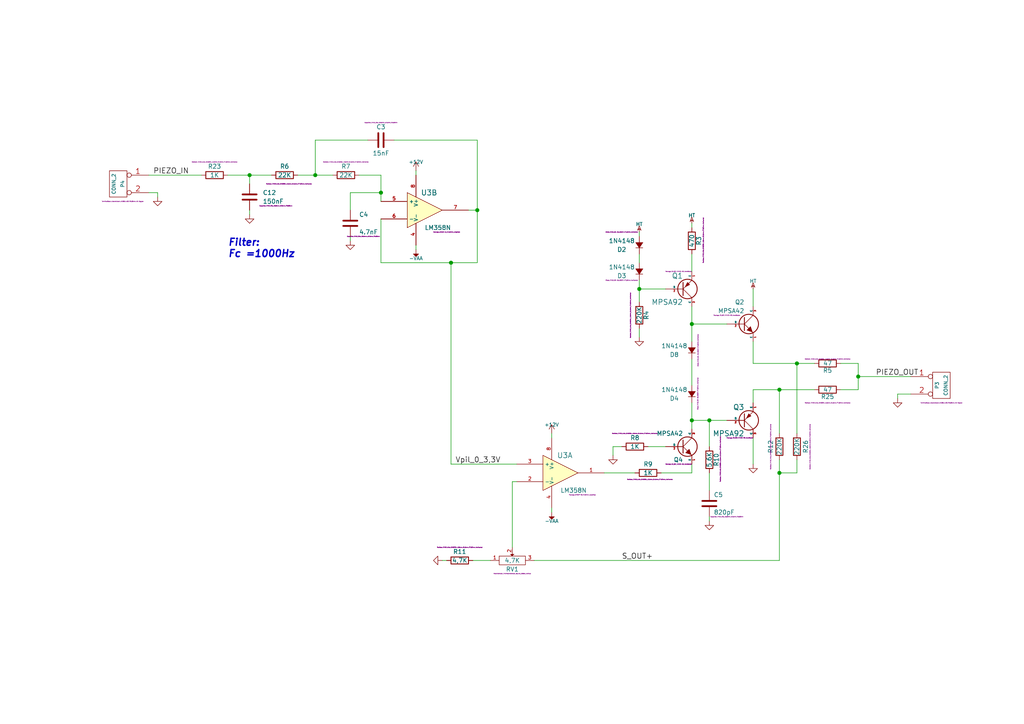
<source format=kicad_sch>
(kicad_sch (version 20231120) (generator "eeschema") (generator_version "8.0")
  (paper "A4")
  (title_block (title "Complex hierarchy: demo") (date "2017-01-15") (rev "1"))
  (lib_symbols
    (symbol "complex_hierarchy_schlib:+12V" (power) (pin_names (offset 0))
      (property "Value" "+12V" (at 0 3.556 0))
      (symbol "+12V_0_1"
        (polyline (pts (xy -0.762 1.27) (xy 0 2.54)))
        (polyline (pts (xy 0 0) (xy 0 2.54)))
        (polyline (pts (xy 0 2.54) (xy 0.762 1.27)))
      )
      (symbol "+12V_1_1"
        (pin power_in line (at 0 0 90) (length 0) hide (name "+12V") (number "1"))
      )
    )
    (symbol "complex_hierarchy_schlib:-VAA" (power) (pin_names (offset 0))
      (property "Value" "-VAA" (at 0 2.54 0))
      (symbol "-VAA_0_0"
        (pin power_in line (at 0 0 90) (length 0) hide (name "-VAA") (number "1"))
      )
      (symbol "-VAA_0_1"
        (polyline (pts (xy 0 0) (xy 0 1.27) (xy 0 1.27)))
        (polyline (pts (xy 0 2.032) (xy 0.762 1.27) (xy -0.508 1.27) (xy -0.762 1.27) (xy 0 2.032) (xy 0 2.032) (xy 0 2.032)) (fill (type outline)))
      )
    )
    (symbol "complex_hierarchy_schlib:C" (pin_numbers hide) (pin_names (offset 0.254))
      (property "Reference" "C" (at 0.635 2.54 0))
      (property "Value" "C" (at 0.635 -2.54 0))
      (symbol "C_0_1"
        (polyline (pts (xy -2.032 -0.762) (xy 2.032 -0.762)) (stroke (width 0.508)))
        (polyline (pts (xy -2.032 0.762) (xy 2.032 0.762)) (stroke (width 0.508)))
      )
      (symbol "C_1_1"
        (pin passive line (at 0 3.81 270) (length 2.794) (name "~") (number "1"))
        (pin passive line (at 0 -3.81 90) (length 2.794) (name "~") (number "2"))
      )
    )
    (symbol "complex_hierarchy_schlib:CONN_2" (pin_names (offset 1.016) hide)
      (property "Reference" "P" (at -1.27 0 90))
      (property "Value" "CONN_2" (at 1.27 0 90))
      (symbol "CONN_2_0_1"
        (rectangle (start -2.54 3.81) (end 2.54 -3.81))
      )
      (symbol "CONN_2_1_1"
        (pin passive inverted (at -8.89 2.54 0) (length 6.35) (name "P1") (number "1"))
        (pin passive inverted (at -8.89 -2.54 0) (length 6.35) (name "PM") (number "2"))
      )
    )
    (symbol "complex_hierarchy_schlib:D_Small" (pin_numbers hide) (pin_names (offset 0.254) hide)
      (property "Reference" "D" (at -1.27 2.032 0))
      (property "Value" "D_Small" (at -3.81 -2.032 0))
      (symbol "D_Small_0_1"
        (polyline (pts (xy -0.762 -1.016) (xy -0.762 1.016)))
        (polyline (pts (xy 0.762 -1.016) (xy -0.762 0) (xy 0.762 1.016) (xy 0.762 -1.016)) (fill (type outline)))
      )
      (symbol "D_Small_1_1"
        (pin passive line (at -2.54 0 0) (length 1.778) (name "K") (number "1"))
        (pin passive line (at 2.54 0 180) (length 1.778) (name "A") (number "2"))
      )
    )
    (symbol "complex_hierarchy_schlib:GND" (power) (pin_names (offset 0))
      (property "Value" "GND" (at 0 -3.1242 0))
      (symbol "GND_0_1"
        (polyline (pts (xy 0 0) (xy 0 -1.27) (xy 1.27 -1.27) (xy 0 -2.54) (xy -1.27 -1.27) (xy 0 -1.27)))
      )
      (symbol "GND_1_1"
        (pin power_in line (at 0 0 270) (length 0) hide (name "GND") (number "1"))
      )
    )
    (symbol "complex_hierarchy_schlib:HT" (power) (pin_names (offset 0))
      (property "Value" "HT" (at 0 2.286 0))
      (symbol "HT_0_0"
        (pin power_in line (at 0 0 90) (length 0) hide (name "HT") (number "1"))
      )
      (symbol "HT_0_1"
        (polyline (pts (xy 0 0) (xy 0 1.016) (xy 0 1.016)))
        (polyline (pts (xy 0 1.016) (xy 0.508 0.508) (xy 0 1.778) (xy -0.508 0.508) (xy 0 1.016) (xy 0 1.016)))
      )
    )
    (symbol "complex_hierarchy_schlib:LM358N"
      (property "Reference" "U" (at -1.27 5.08 0))
      (property "Value" "LM358N" (at -1.27 -6.35 0))
      (symbol "LM358N_0_1"
        (polyline (pts (xy -5.08 5.08) (xy 5.08 0) (xy -5.08 -5.08) (xy -5.08 5.08)) (stroke (width 0.1524)) (fill (type background)))
        (pin power_in line (at -2.54 -10.16 90) (length 6.35) (name "V-") (number "4"))
        (pin power_in line (at -2.54 10.16 270) (length 6.35) (name "V+") (number "8"))
      )
      (symbol "LM358N_1_1"
        (pin output line (at 12.7 0 180) (length 7.62) (name "~") (number "1"))
        (pin input line (at -12.7 -2.54 0) (length 7.62) (name "-") (number "2"))
        (pin input line (at -12.7 2.54 0) (length 7.62) (name "+") (number "3"))
      )
      (symbol "LM358N_2_1"
        (pin input line (at -12.7 2.54 0) (length 7.62) (name "+") (number "5"))
        (pin input line (at -12.7 -2.54 0) (length 7.62) (name "-") (number "6"))
        (pin output line (at 12.7 0 180) (length 7.62) (name "~") (number "7"))
      )
    )
    (symbol "complex_hierarchy_schlib:MPSA42" (pin_names (offset 0))
      (property "Reference" "Q" (at 3.81 -3.81 0))
      (property "Value" "MPSA42" (at 3.81 3.81 0))
      (symbol "MPSA42_0_1"
        (polyline (pts (xy 0 0) (xy 2.54 2.54)))
        (polyline (pts (xy 0 1.905) (xy 0 -1.905) (xy 0 -1.905)) (stroke (width 0.254)))
        (polyline (pts (xy 1.27 -1.27) (xy 0 0) (xy 0 0)))
        (polyline (pts (xy 2.286 -2.286) (xy 2.54 -2.54) (xy 2.54 -2.54)))
        (polyline (pts (xy 2.286 -2.286) (xy 1.778 -0.762) (xy 0.762 -1.778) (xy 2.286 -2.286) (xy 2.286 -2.286)) (fill (type outline)))
        (circle (center 1.27 0) (radius 2.8194) (stroke (width 0.254)))
      )
      (symbol "MPSA42_1_1"
        (pin passive line (at 2.54 -5.08 90) (length 2.54) (name "E") (number "1"))
        (pin input line (at -5.08 0 0) (length 5.08) (name "B") (number "2"))
        (pin passive line (at 2.54 5.08 270) (length 2.54) (name "C") (number "3"))
      )
    )
    (symbol "complex_hierarchy_schlib:MPSA92" (pin_names (offset 0))
      (property "Reference" "Q" (at 3.81 -3.81 0))
      (property "Value" "MPSA92" (at 3.81 3.81 0))
      (symbol "MPSA92_0_1"
        (polyline (pts (xy 0 0) (xy 2.54 2.54)))
        (polyline (pts (xy 0 1.905) (xy 0 -1.905) (xy 0 -1.905)) (stroke (width 0.254)) (fill (type outline)))
        (polyline (pts (xy 0.635 -0.635) (xy 0 0) (xy 0 0)))
        (polyline (pts (xy 2.54 -2.54) (xy 1.651 -1.651) (xy 1.651 -1.651)))
        (polyline (pts (xy 0.635 -0.635) (xy 1.27 -1.905) (xy 1.905 -1.27) (xy 0.635 -0.635) (xy 0.635 -0.635)) (fill (type outline)))
        (circle (center 1.27 0) (radius 2.8194) (stroke (width 0.254)))
      )
      (symbol "MPSA92_1_1"
        (pin passive line (at 2.54 -5.08 90) (length 2.54) (name "E") (number "1"))
        (pin input line (at -5.08 0 0) (length 5.08) (name "B") (number "2"))
        (pin passive line (at 2.54 5.08 270) (length 2.54) (name "C") (number "3"))
      )
    )
    (symbol "complex_hierarchy_schlib:POT" (pin_names (offset 1.016) hide)
      (property "Reference" "RV" (at 0 -2.54 0))
      (property "Value" "POT" (at 0 0 0))
      (symbol "POT_0_1"
        (rectangle (start -3.81 1.27) (end 3.81 -1.27))
        (polyline (pts (xy 0 1.27) (xy -0.508 1.778) (xy 0.508 1.778)) (fill (type outline)))
      )
      (symbol "POT_1_1"
        (pin passive line (at -6.35 0 0) (length 2.54) (name "1") (number "1"))
        (pin passive line (at 0 3.81 270) (length 2.032) (name "2") (number "2"))
        (pin passive line (at 6.35 0 180) (length 2.54) (name "3") (number "3"))
      )
    )
    (symbol "complex_hierarchy_schlib:R" (pin_numbers hide) (pin_names (offset 0))
      (property "Reference" "R" (at 2.032 0 90))
      (property "Value" "R" (at 0 0 90))
      (symbol "R_0_1"
        (rectangle (start -1.016 -2.54) (end 1.016 2.54) (stroke (width 0.254)))
      )
      (symbol "R_1_1"
        (pin passive line (at 0 3.81 270) (length 1.27) (name "~") (number "1"))
        (pin passive line (at 0 -3.81 90) (length 1.27) (name "~") (number "2"))
      )
    )
  )
  (junction (at 138.43 60.96) (diameter 1.016))
  (junction (at 248.92 109.22) (diameter 1.016))
  (junction (at 226.06 113.03) (diameter 1.016))
  (junction (at 130.81 76.2) (diameter 1.016))
  (junction (at 205.74 121.92) (diameter 1.016))
  (junction (at 226.06 137.16) (diameter 1.016))
  (junction (at 200.66 93.98) (diameter 1.016))
  (junction (at 231.14 105.41) (diameter 1.016))
  (junction (at 91.44 50.8) (diameter 1.016))
  (junction (at 110.49 55.88) (diameter 1.016))
  (junction (at 72.39 50.8) (diameter 1.016))
  (junction (at 185.42 83.82) (diameter 1.016))
  (junction (at 200.66 121.92) (diameter 1.016))
  (wire (pts (xy 86.36 50.8) (xy 91.44 50.8)))
  (wire (pts (xy 231.14 137.16) (xy 231.14 133.35)))
  (wire (pts (xy 175.26 137.16) (xy 184.15 137.16)))
  (wire (pts (xy 218.44 127) (xy 218.44 134.62)))
  (wire (pts (xy 72.39 50.8) (xy 78.74 50.8)))
  (wire (pts (xy 110.49 55.88) (xy 110.49 58.42)))
  (wire (pts (xy 205.74 149.86) (xy 205.74 151.13)))
  (wire (pts (xy 218.44 105.41) (xy 218.44 99.06)))
  (wire (pts (xy 218.44 105.41) (xy 231.14 105.41)))
  (wire (pts (xy 180.34 129.54) (xy 177.8 129.54)))
  (wire (pts (xy 106.68 40.64) (xy 91.44 40.64)))
  (wire (pts (xy 185.42 83.82) (xy 185.42 87.63)))
  (wire (pts (xy 231.14 105.41) (xy 236.22 105.41)))
  (wire (pts (xy 226.06 113.03) (xy 236.22 113.03)))
  (wire (pts (xy 226.06 137.16) (xy 231.14 137.16)))
  (wire (pts (xy 72.39 53.34) (xy 72.39 50.8)))
  (wire (pts (xy 110.49 55.88) (xy 101.6 55.88)))
  (wire (pts (xy 185.42 81.28) (xy 185.42 83.82)))
  (wire (pts (xy 210.82 93.98) (xy 200.66 93.98)))
  (wire (pts (xy 148.59 158.75) (xy 148.59 139.7)))
  (wire (pts (xy 138.43 60.96) (xy 138.43 40.64)))
  (wire (pts (xy 130.81 76.2) (xy 138.43 76.2)))
  (wire (pts (xy 130.81 134.62) (xy 130.81 76.2)))
  (wire (pts (xy 160.02 148.59) (xy 160.02 147.32)))
  (wire (pts (xy 45.72 55.88) (xy 45.72 57.15)))
  (wire (pts (xy 91.44 50.8) (xy 96.52 50.8)))
  (wire (pts (xy 200.66 93.98) (xy 200.66 99.06)))
  (wire (pts (xy 101.6 69.85) (xy 101.6 68.58)))
  (wire (pts (xy 160.02 125.73) (xy 160.02 127)))
  (wire (pts (xy 200.66 116.84) (xy 200.66 121.92)))
  (wire (pts (xy 58.42 50.8) (xy 43.18 50.8)))
  (wire (pts (xy 200.66 64.77) (xy 200.66 66.04)))
  (wire (pts (xy 226.06 162.56) (xy 154.94 162.56)))
  (wire (pts (xy 248.92 105.41) (xy 243.84 105.41)))
  (wire (pts (xy 205.74 121.92) (xy 205.74 129.54)))
  (wire (pts (xy 200.66 121.92) (xy 205.74 121.92)))
  (wire (pts (xy 248.92 109.22) (xy 264.16 109.22)))
  (wire (pts (xy 128.27 162.56) (xy 129.54 162.56)))
  (wire (pts (xy 264.16 114.3) (xy 260.35 114.3)))
  (wire (pts (xy 138.43 40.64) (xy 114.3 40.64)))
  (wire (pts (xy 200.66 88.9) (xy 200.66 93.98)))
  (wire (pts (xy 226.06 137.16) (xy 226.06 162.56)))
  (wire (pts (xy 177.8 129.54) (xy 177.8 132.08)))
  (wire (pts (xy 149.86 134.62) (xy 130.81 134.62)))
  (wire (pts (xy 248.92 105.41) (xy 248.92 109.22)))
  (wire (pts (xy 200.66 134.62) (xy 200.66 137.16)))
  (wire (pts (xy 200.66 137.16) (xy 191.77 137.16)))
  (wire (pts (xy 43.18 55.88) (xy 45.72 55.88)))
  (wire (pts (xy 110.49 50.8) (xy 110.49 55.88)))
  (wire (pts (xy 91.44 40.64) (xy 91.44 50.8)))
  (wire (pts (xy 200.66 121.92) (xy 200.66 124.46)))
  (wire (pts (xy 110.49 50.8) (xy 104.14 50.8)))
  (wire (pts (xy 185.42 95.25) (xy 185.42 97.79)))
  (wire (pts (xy 226.06 113.03) (xy 226.06 125.73)))
  (wire (pts (xy 260.35 114.3) (xy 260.35 115.57)))
  (wire (pts (xy 120.65 49.53) (xy 120.65 50.8)))
  (wire (pts (xy 148.59 139.7) (xy 149.86 139.7)))
  (wire (pts (xy 110.49 63.5) (xy 110.49 76.2)))
  (wire (pts (xy 135.89 60.96) (xy 138.43 60.96)))
  (wire (pts (xy 137.16 162.56) (xy 142.24 162.56)))
  (wire (pts (xy 185.42 76.2) (xy 185.42 73.66)))
  (wire (pts (xy 193.04 83.82) (xy 185.42 83.82)))
  (wire (pts (xy 120.65 72.39) (xy 120.65 71.12)))
  (wire (pts (xy 218.44 113.03) (xy 226.06 113.03)))
  (wire (pts (xy 248.92 113.03) (xy 243.84 113.03)))
  (wire (pts (xy 218.44 83.82) (xy 218.44 88.9)))
  (wire (pts (xy 200.66 104.14) (xy 200.66 111.76)))
  (wire (pts (xy 218.44 113.03) (xy 218.44 116.84)))
  (wire (pts (xy 226.06 133.35) (xy 226.06 137.16)))
  (wire (pts (xy 187.96 129.54) (xy 193.04 129.54)))
  (wire (pts (xy 138.43 76.2) (xy 138.43 60.96)))
  (wire (pts (xy 66.04 50.8) (xy 72.39 50.8)))
  (wire (pts (xy 110.49 76.2) (xy 130.81 76.2)))
  (wire (pts (xy 200.66 73.66) (xy 200.66 78.74)))
  (wire (pts (xy 231.14 125.73) (xy 231.14 105.41)))
  (wire (pts (xy 205.74 121.92) (xy 210.82 121.92)))
  (wire (pts (xy 248.92 109.22) (xy 248.92 113.03)))
  (wire (pts (xy 185.42 68.58) (xy 185.42 67.31)))
  (wire (pts (xy 101.6 55.88) (xy 101.6 60.96)))
  (wire (pts (xy 72.39 62.23) (xy 72.39 60.96)))
  (wire (pts (xy 205.74 137.16) (xy 205.74 142.24)))
  (text "Filter:\nFc =1000Hz" (at 66.04 74.93 0) (effects (font (size 2.032 2.032) (thickness 0.4064) (bold yes) (italic yes)) (justify left bottom)))
  (label "Vpil_0_3,3V" (at 132.08 134.62 0) (effects (font (size 1.524 1.524))))
  (label "S_OUT+" (at 180.34 162.56 0) (effects (font (size 1.524 1.524))))
  (label "PIEZO_OUT" (at 254 109.22 0) (effects (font (size 1.524 1.524))))
  (label "PIEZO_IN" (at 44.45 50.8 0) (effects (font (size 1.524 1.524))))
  (symbol (lib_id "complex_hierarchy_schlib:POT") (at 148.59 162.56 0) (unit 1)
    (property "Reference" "RV1" (at 148.59 165.1 0))
    (property "Value" "4,7K" (at 148.59 162.56 0))
    (property "Footprint" "Potentiometer_THT:Potentiometer_Bourns_3266W_Vertical" (at 148.59 166.37 0) (effects (font (size 0.254 0.254))))
    (instances (project "complex_hierarchy" (path "" (reference "RV1") (unit 1)) (path "" (reference "RV2") (unit 1))))
  )
  (symbol (lib_id "complex_hierarchy_schlib:C") (at 110.49 40.64 270) (unit 1)
    (property "Reference" "C3" (at 110.49 36.83 90))
    (property "Value" "15nF" (at 110.49 44.45 90))
    (property "Footprint" "Capacitor_THT:C_Disc_D5.0mm_W2.5mm_P5.00mm" (at 110.49 35.56 90) (effects (font (size 0.254 0.254))))
    (instances (project "complex_hierarchy" (path "" (reference "C3") (unit 1)) (path "" (reference "C6") (unit 1))))
  )
  (symbol (lib_id "complex_hierarchy_schlib:R") (at 100.33 50.8 270) (unit 1)
    (property "Reference" "R7" (at 100.33 48.26 90))
    (property "Value" "22K" (at 100.33 50.8 90))
    (property "Footprint" "Resistor_THT:R_Axial_DIN0204_L3.6mm_D1.6mm_P7.62mm_Horizontal" (at 100.33 46.99 90) (effects (font (size 0.254 0.254))))
    (instances (project "complex_hierarchy" (path "" (reference "R7") (unit 1)) (path "" (reference "R17") (unit 1))))
  )
  (symbol (lib_id "complex_hierarchy_schlib:+12V") (at 120.65 49.53 0) (unit 1)
    (property "Reference" "#U050" (effects (hide yes)))
    (property "Value" "+12V" (at 120.65 46.99 0) (effects (font (size 1.016 1.016))))
    (instances (project "complex_hierarchy" (path "" (reference "#U050") (unit 1)) (path "" (reference "#U034") (unit 1))))
  )
  (symbol (lib_id "complex_hierarchy_schlib:LM358N") (at 123.19 60.96 0) (unit 2)
    (property "Reference" "U3" (at 124.46 55.88 0) (effects (font (size 1.524 1.524))))
    (property "Value" "LM358N" (at 127 66.04 0))
    (property "Footprint" "Package_DIP:DIP-8_W7.62mm_LongPads" (at 129.54 67.31 0) (effects (font (size 0.254 0.254))))
    (instances (project "complex_hierarchy" (path "" (reference "U3") (unit 2)) (path "" (reference "U4") (unit 2))))
  )
  (symbol (lib_id "complex_hierarchy_schlib:HT") (at 218.44 83.82 0) (unit 1)
    (property "Reference" "#PWR049" (effects (hide yes)))
    (property "Value" "HT" (at 218.44 81.534 0) (effects (font (size 1.016 1.016))))
    (instances (project "complex_hierarchy" (path "" (reference "#PWR049") (unit 1)) (path "" (reference "#PWR033") (unit 1))))
  )
  (symbol (lib_id "complex_hierarchy_schlib:HT") (at 200.66 64.77 0) (unit 1)
    (property "Reference" "#PWR048" (effects (hide yes)))
    (property "Value" "HT" (at 200.66 62.484 0) (effects (font (size 1.016 1.016))))
    (instances (project "complex_hierarchy" (path "" (reference "#PWR048") (unit 1)) (path "" (reference "#PWR032") (unit 1))))
  )
  (symbol (lib_id "complex_hierarchy_schlib:HT") (at 185.42 67.31 0) (unit 1)
    (property "Reference" "#PWR047" (effects (hide yes)))
    (property "Value" "HT" (at 185.42 65.024 0) (effects (font (size 1.016 1.016))))
    (instances (project "complex_hierarchy" (path "" (reference "#PWR047") (unit 1)) (path "" (reference "#PWR031") (unit 1))))
  )
  (symbol (lib_id "complex_hierarchy_schlib:MPSA92") (at 198.12 83.82 0) (mirror x) (unit 1)
    (property "Reference" "Q1" (at 198.12 80.01 0) (effects (font (size 1.524 1.524)) (justify right)))
    (property "Value" "MPSA92" (at 198.12 87.63 0) (effects (font (size 1.524 1.524)) (justify right)))
    (property "Footprint" "Package_TO_SOT_THT:TO-92_HandSolder" (at 196.85 78.74 0) (effects (font (size 0.254 0.254))))
    (instances (project "complex_hierarchy" (path "" (reference "Q1") (unit 1)) (path "" (reference "Q5") (unit 1))))
  )
  (symbol (lib_id "complex_hierarchy_schlib:GND") (at 128.27 162.56 270) (unit 1)
    (property "Reference" "#PWR046" (effects (hide yes)))
    (property "Value" "GND" (effects (hide yes)))
    (instances (project "complex_hierarchy" (path "" (reference "#PWR046") (unit 1)) (path "" (reference "#PWR030") (unit 1))))
  )
  (symbol (lib_id "complex_hierarchy_schlib:R") (at 133.35 162.56 270) (unit 1)
    (property "Reference" "R11" (at 133.35 160.02 90))
    (property "Value" "4,7K" (at 133.35 162.56 90))
    (property "Footprint" "Resistor_THT:R_Axial_DIN0204_L3.6mm_D1.6mm_P7.62mm_Horizontal" (at 133.35 158.75 90) (effects (font (size 0.254 0.254))))
    (instances (project "complex_hierarchy" (path "" (reference "R11") (unit 1)) (path "" (reference "R21") (unit 1))))
  )
  (symbol (lib_id "complex_hierarchy_schlib:GND") (at 260.35 115.57 0) (unit 1)
    (property "Reference" "#PWR045" (effects (hide yes)))
    (property "Value" "GND" (effects (hide yes)))
    (instances (project "complex_hierarchy" (path "" (reference "#PWR045") (unit 1)) (path "" (reference "#PWR029") (unit 1))))
  )
  (symbol (lib_id "complex_hierarchy_schlib:R") (at 240.03 105.41 270) (unit 1)
    (property "Reference" "R5" (at 240.03 107.442 90))
    (property "Value" "47" (at 240.03 105.41 90))
    (property "Footprint" "Resistor_THT:R_Axial_DIN0204_L3.6mm_D1.6mm_P7.62mm_Horizontal" (at 240.03 104.14 90) (effects (font (size 0.254 0.254))))
    (instances (project "complex_hierarchy" (path "" (reference "R5") (unit 1)) (path "" (reference "R15") (unit 1))))
  )
  (symbol (lib_id "complex_hierarchy_schlib:C") (at 205.74 146.05 0) (unit 1)
    (property "Reference" "C5" (at 207.01 143.51 0) (effects (justify left)))
    (property "Value" "820pF" (at 207.01 148.59 0) (effects (justify left)))
    (property "Footprint" "Capacitor_THT:C_Disc_D5.0mm_W2.5mm_P5.00mm" (at 210.82 149.86 0) (effects (font (size 0.254 0.254))))
    (instances (project "complex_hierarchy" (path "" (reference "C5") (unit 1)) (path "" (reference "C8") (unit 1))))
  )
  (symbol (lib_id "complex_hierarchy_schlib:C") (at 101.6 64.77 0) (unit 1)
    (property "Reference" "C4" (at 104.14 62.23 0) (effects (justify left)))
    (property "Value" "4.7nF" (at 104.14 67.31 0) (effects (justify left)))
    (property "Footprint" "Capacitor_THT:C_Disc_D5.0mm_W2.5mm_P5.00mm" (at 105.41 68.58 0) (effects (font (size 0.254 0.254))))
    (instances (project "complex_hierarchy" (path "" (reference "C4") (unit 1)) (path "" (reference "C7") (unit 1))))
  )
  (symbol (lib_id "complex_hierarchy_schlib:CONN_2") (at 34.29 53.34 0) (mirror y) (unit 1)
    (property "Reference" "P4" (at 35.56 53.34 90) (effects (font (size 1.016 1.016))))
    (property "Value" "CONN_2" (at 33.02 53.34 90) (effects (font (size 1.016 1.016))))
    (property "Footprint" "TerminalBlock_Altech:Altech_AK300_1x02_P5.00mm_45-Degree" (at 35.56 58.42 0) (effects (font (size 0.254 0.254))))
    (instances (project "complex_hierarchy" (path "" (reference "P4") (unit 1)) (path "" (reference "P6") (unit 1))))
  )
  (symbol (lib_id "complex_hierarchy_schlib:LM358N") (at 162.56 137.16 0) (unit 1)
    (property "Reference" "U3" (at 163.83 132.08 0) (effects (font (size 1.524 1.524))))
    (property "Value" "LM358N" (at 166.37 142.24 0))
    (property "Footprint" "Package_DIP:DIP-8_W7.62mm_LongPads" (at 168.91 143.51 0) (effects (font (size 0.254 0.254))))
    (instances (project "complex_hierarchy" (path "" (reference "U3") (unit 1)) (path "" (reference "U4") (unit 1))))
  )
  (symbol (lib_id "complex_hierarchy_schlib:GND") (at 101.6 69.85 0) (unit 1)
    (property "Reference" "#PWR044" (effects (hide yes)))
    (property "Value" "GND" (effects (hide yes)))
    (instances (project "complex_hierarchy" (path "" (reference "#PWR044") (unit 1)) (path "" (reference "#PWR028") (unit 1))))
  )
  (symbol (lib_id "complex_hierarchy_schlib:GND") (at 45.72 57.15 0) (unit 1)
    (property "Reference" "#PWR043" (effects (hide yes)))
    (property "Value" "GND" (effects (hide yes)))
    (instances (project "complex_hierarchy" (path "" (reference "#PWR043") (unit 1)) (path "" (reference "#PWR027") (unit 1))))
  )
  (symbol (lib_id "complex_hierarchy_schlib:R") (at 82.55 50.8 270) (unit 1)
    (property "Reference" "R6" (at 82.55 48.26 90))
    (property "Value" "22K" (at 82.55 50.8 90))
    (property "Footprint" "Resistor_THT:R_Axial_DIN0204_L3.6mm_D1.6mm_P7.62mm_Horizontal" (at 83.82 53.34 90) (effects (font (size 0.254 0.254))))
    (instances (project "complex_hierarchy" (path "" (reference "R6") (unit 1)) (path "" (reference "R16") (unit 1))))
  )
  (symbol (lib_id "complex_hierarchy_schlib:CONN_2") (at 273.05 111.76 0) (unit 1)
    (property "Reference" "P3" (at 271.78 111.76 90) (effects (font (size 1.016 1.016))))
    (property "Value" "CONN_2" (at 274.32 111.76 90) (effects (font (size 1.016 1.016))))
    (property "Footprint" "TerminalBlock_Altech:Altech_AK300_1x02_P5.00mm_45-Degree" (at 273.05 116.84 0) (effects (font (size 0.254 0.254))))
    (instances (project "complex_hierarchy" (path "" (reference "P3") (unit 1)) (path "" (reference "P5") (unit 1))))
  )
  (symbol (lib_id "complex_hierarchy_schlib:R") (at 187.96 137.16 270) (unit 1)
    (property "Reference" "R9" (at 187.96 134.62 90))
    (property "Value" "1K" (at 187.96 137.16 90))
    (property "Footprint" "Resistor_THT:R_Axial_DIN0204_L3.6mm_D1.6mm_P7.62mm_Horizontal" (at 188.5188 139.065 90) (effects (font (size 0.254 0.254))))
    (instances (project "complex_hierarchy" (path "" (reference "R9") (unit 1)) (path "" (reference "R19") (unit 1))))
  )
  (symbol (lib_id "complex_hierarchy_schlib:+12V") (at 160.02 125.73 0) (unit 1)
    (property "Reference" "#U042" (effects (hide yes)))
    (property "Value" "+12V" (at 160.02 123.19 0) (effects (font (size 1.016 1.016))))
    (instances (project "complex_hierarchy" (path "" (reference "#U042") (unit 1)) (path "" (reference "#U026") (unit 1))))
  )
  (symbol (lib_id "complex_hierarchy_schlib:R") (at 226.06 129.54 180) (unit 1)
    (property "Reference" "R12" (at 223.52 129.54 90))
    (property "Value" "220K" (at 226.06 129.54 90))
    (property "Footprint" "Resistor_THT:R_Axial_DIN0204_L3.6mm_D1.6mm_P7.62mm_Horizontal" (at 223.52 129.54 90) (effects (font (size 0.254 0.254))))
    (instances (project "complex_hierarchy" (path "" (reference "R12") (unit 1)) (path "" (reference "R22") (unit 1))))
  )
  (symbol (lib_id "complex_hierarchy_schlib:R") (at 184.15 129.54 270) (unit 1)
    (property "Reference" "R8" (at 184.15 127 90))
    (property "Value" "1K" (at 184.15 129.54 90))
    (property "Footprint" "Resistor_THT:R_Axial_DIN0204_L3.6mm_D1.6mm_P7.62mm_Horizontal" (at 184.15 125.73 90) (effects (font (size 0.254 0.254))))
    (instances (project "complex_hierarchy" (path "" (reference "R8") (unit 1)) (path "" (reference "R18") (unit 1))))
  )
  (symbol (lib_id "complex_hierarchy_schlib:GND") (at 185.42 97.79 0) (unit 1)
    (property "Reference" "#PWR041" (effects (hide yes)))
    (property "Value" "GND" (effects (hide yes)))
    (instances (project "complex_hierarchy" (path "" (reference "#PWR041") (unit 1)) (path "" (reference "#PWR025") (unit 1))))
  )
  (symbol (lib_id "complex_hierarchy_schlib:R") (at 185.42 91.44 0) (unit 1)
    (property "Reference" "R4" (at 187.452 91.44 90))
    (property "Value" "220K" (at 185.42 91.44 90))
    (property "Footprint" "Resistor_THT:R_Axial_DIN0204_L3.6mm_D1.6mm_P7.62mm_Horizontal" (at 182.88 91.44 90) (effects (font (size 0.254 0.254))))
    (instances (project "complex_hierarchy" (path "" (reference "R4") (unit 1)) (path "" (reference "R14") (unit 1))))
  )
  (symbol (lib_id "complex_hierarchy_schlib:D_Small") (at 185.42 71.12 90) (unit 1)
    (property "Reference" "D2" (at 180.34 72.39 90))
    (property "Value" "1N4148" (at 180.34 69.85 90))
    (property "Footprint" "Diode_THT:D_DO-35_SOD27_P7.62mm_Horizontal" (at 180.34 67.31 90) (effects (font (size 0.254 0.254))))
    (instances (project "complex_hierarchy" (path "" (reference "D2") (unit 1)) (path "" (reference "D5") (unit 1))))
  )
  (symbol (lib_id "complex_hierarchy_schlib:R") (at 200.66 69.85 0) (unit 1)
    (property "Reference" "R3" (at 202.692 69.85 90))
    (property "Value" "470" (at 200.66 69.85 90))
    (property "Footprint" "Resistor_THT:R_Axial_DIN0204_L3.6mm_D1.6mm_P7.62mm_Horizontal" (at 203.9874 69.6468 90) (effects (font (size 0.254 0.254))))
    (instances (project "complex_hierarchy" (path "" (reference "R3") (unit 1)) (path "" (reference "R13") (unit 1))))
  )
  (symbol (lib_id "complex_hierarchy_schlib:D_Small") (at 185.42 78.74 90) (unit 1)
    (property "Reference" "D3" (at 180.34 80.01 90))
    (property "Value" "1N4148" (at 180.34 77.47 90))
    (property "Footprint" "Diode_THT:D_DO-35_SOD27_P7.62mm_Horizontal" (at 180.34 81.28 90) (effects (font (size 0.254 0.254))))
    (instances (project "complex_hierarchy" (path "" (reference "D3") (unit 1)) (path "" (reference "D6") (unit 1))))
  )
  (symbol (lib_id "complex_hierarchy_schlib:GND") (at 177.8 132.08 0) (unit 1)
    (property "Reference" "#PWR040" (effects (hide yes)))
    (property "Value" "GND" (effects (hide yes)))
    (instances (project "complex_hierarchy" (path "" (reference "#PWR040") (unit 1)) (path "" (reference "#PWR024") (unit 1))))
  )
  (symbol (lib_id "complex_hierarchy_schlib:MPSA42") (at 198.12 129.54 0) (unit 1)
    (property "Reference" "Q4" (at 198.12 133.35 0) (effects (justify right)))
    (property "Value" "MPSA42" (at 198.12 125.73 0) (effects (justify right)))
    (property "Footprint" "Package_TO_SOT_THT:TO-92_HandSolder" (at 196.85 134.62 0) (effects (font (size 0.254 0.254))))
    (instances (project "complex_hierarchy" (path "" (reference "Q4") (unit 1)) (path "" (reference "Q8") (unit 1))))
  )
  (symbol (lib_id "complex_hierarchy_schlib:GND") (at 218.44 134.62 0) (unit 1)
    (property "Reference" "#PWR039" (effects (hide yes)))
    (property "Value" "GND" (effects (hide yes)))
    (instances (project "complex_hierarchy" (path "" (reference "#PWR039") (unit 1)) (path "" (reference "#PWR023") (unit 1))))
  )
  (symbol (lib_id "complex_hierarchy_schlib:D_Small") (at 200.66 114.3 90) (unit 1)
    (property "Reference" "D4" (at 195.58 115.57 90))
    (property "Value" "1N4148" (at 195.58 113.03 90))
    (property "Footprint" "Diode_THT:D_DO-35_SOD27_P7.62mm_Horizontal" (at 202.3872 114.1476 0) (effects (font (size 0.254 0.254))))
    (instances (project "complex_hierarchy" (path "" (reference "D4") (unit 1)) (path "" (reference "D7") (unit 1))))
  )
  (symbol (lib_id "complex_hierarchy_schlib:MPSA92") (at 215.9 121.92 0) (mirror x) (unit 1)
    (property "Reference" "Q3" (at 215.9 118.11 0) (effects (font (size 1.524 1.524)) (justify right)))
    (property "Value" "MPSA92" (at 215.9 125.73 0) (effects (font (size 1.524 1.524)) (justify right)))
    (property "Footprint" "Package_TO_SOT_THT:TO-92_HandSolder" (at 214.63 127 0) (effects (font (size 0.254 0.254))))
    (instances (project "complex_hierarchy" (path "" (reference "Q3") (unit 1)) (path "" (reference "Q7") (unit 1))))
  )
  (symbol (lib_id "complex_hierarchy_schlib:MPSA42") (at 215.9 93.98 0) (unit 1)
    (property "Reference" "Q2" (at 215.9 87.63 0) (effects (justify right)))
    (property "Value" "MPSA42" (at 215.9 90.17 0) (effects (justify right)))
    (property "Footprint" "Package_TO_SOT_THT:TO-92_HandSolder" (at 210.82 91.44 0) (effects (font (size 0.254 0.254))))
    (instances (project "complex_hierarchy" (path "" (reference "Q2") (unit 1)) (path "" (reference "Q6") (unit 1))))
  )
  (symbol (lib_id "complex_hierarchy_schlib:-VAA") (at 120.65 72.39 180) (unit 1)
    (property "Reference" "#PWR038" (effects (hide yes)))
    (property "Value" "-VAA" (at 120.65 74.93 0) (effects (font (size 1.016 1.016))))
    (instances (project "complex_hierarchy" (path "" (reference "#PWR038") (unit 1)) (path "" (reference "#PWR022") (unit 1))))
  )
  (symbol (lib_id "complex_hierarchy_schlib:-VAA") (at 160.02 148.59 180) (unit 1)
    (property "Reference" "#PWR037" (effects (hide yes)))
    (property "Value" "-VAA" (at 160.02 151.13 0) (effects (font (size 1.016 1.016))))
    (instances (project "complex_hierarchy" (path "" (reference "#PWR037") (unit 1)) (path "" (reference "#PWR021") (unit 1))))
  )
  (symbol (lib_id "complex_hierarchy_schlib:R") (at 62.23 50.8 270) (unit 1)
    (property "Reference" "R23" (at 62.23 48.26 90))
    (property "Value" "1K" (at 62.23 50.8 90))
    (property "Footprint" "Resistor_THT:R_Axial_DIN0204_L3.6mm_D1.6mm_P7.62mm_Horizontal" (at 62.23 46.99 90) (effects (font (size 0.254 0.254))))
    (instances (project "complex_hierarchy" (path "" (reference "R23") (unit 1)) (path "" (reference "R24") (unit 1))))
  )
  (symbol (lib_id "complex_hierarchy_schlib:C") (at 72.39 57.15 0) (unit 1)
    (property "Reference" "C12" (at 76.2 55.88 0) (effects (justify left)))
    (property "Value" "150nF" (at 76.2 58.42 0) (effects (justify left)))
    (property "Footprint" "Capacitor_THT:C_Disc_D5.0mm_W2.5mm_P5.00mm" (at 80.01 59.69 0) (effects (font (size 0.254 0.254))))
    (instances (project "complex_hierarchy" (path "" (reference "C12") (unit 1)) (path "" (reference "C14") (unit 1))))
  )
  (symbol (lib_id "complex_hierarchy_schlib:GND") (at 72.39 62.23 0) (unit 1)
    (property "Reference" "#PWR036" (effects (hide yes)))
    (property "Value" "GND" (effects (hide yes)))
    (instances (project "complex_hierarchy" (path "" (reference "#PWR036") (unit 1)) (path "" (reference "#PWR020") (unit 1))))
  )
  (symbol (lib_id "complex_hierarchy_schlib:R") (at 205.74 133.35 0) (unit 1)
    (property "Reference" "R10" (at 207.772 133.35 90))
    (property "Value" "5,6K" (at 205.74 133.35 90))
    (property "Footprint" "Resistor_THT:R_Axial_DIN0204_L3.6mm_D1.6mm_P7.62mm_Horizontal" (at 208.9404 133.1214 90) (effects (font (size 0.254 0.254))))
    (instances (project "complex_hierarchy" (path "" (reference "R10") (unit 1)) (path "" (reference "R20") (unit 1))))
  )
  (symbol (lib_id "complex_hierarchy_schlib:GND") (at 205.74 151.13 0) (unit 1)
    (property "Reference" "#PWR035" (effects (hide yes)))
    (property "Value" "GND" (effects (hide yes)))
    (instances (project "complex_hierarchy" (path "" (reference "#PWR035") (unit 1)) (path "" (reference "#PWR019") (unit 1))))
  )
  (symbol (lib_id "complex_hierarchy_schlib:D_Small") (at 200.66 101.6 90) (unit 1)
    (property "Reference" "D8" (at 195.58 102.87 90))
    (property "Value" "1N4148" (at 195.58 100.33 90))
    (property "Footprint" "Diode_THT:D_DO-35_SOD27_P7.62mm_Horizontal" (at 202.4634 101.5746 0) (effects (font (size 0.254 0.254))))
    (instances (project "complex_hierarchy" (path "" (reference "D8") (unit 1)) (path "" (reference "D9") (unit 1))))
  )
  (symbol (lib_id "complex_hierarchy_schlib:R") (at 240.03 113.03 270) (unit 1)
    (property "Reference" "R25" (at 240.03 115.062 90))
    (property "Value" "47" (at 240.03 113.03 90))
    (property "Footprint" "Resistor_THT:R_Axial_DIN0204_L3.6mm_D1.6mm_P7.62mm_Horizontal" (at 240.03 116.84 90) (effects (font (size 0.254 0.254))))
    (instances (project "complex_hierarchy" (path "" (reference "R25") (unit 1)) (path "" (reference "R27") (unit 1))))
  )
  (symbol (lib_id "complex_hierarchy_schlib:R") (at 231.14 129.54 180) (unit 1)
    (property "Reference" "R26" (at 233.68 129.54 90))
    (property "Value" "220K" (at 231.14 129.54 90))
    (property "Footprint" "Resistor_THT:R_Axial_DIN0204_L3.6mm_D1.6mm_P7.62mm_Horizontal" (at 234.95 129.54 90) (effects (font (size 0.254 0.254))))
    (instances (project "complex_hierarchy" (path "" (reference "R26") (unit 1)) (path "" (reference "R28") (unit 1))))
  )
)
</source>
